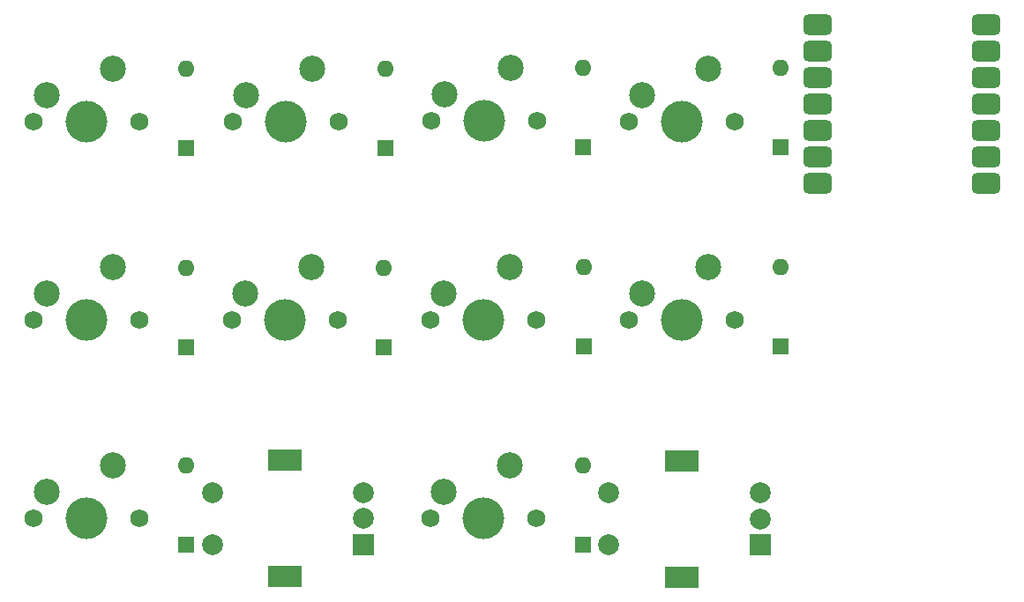
<source format=gbr>
%TF.GenerationSoftware,KiCad,Pcbnew,8.0.6*%
%TF.CreationDate,2024-10-21T23:54:32-04:00*%
%TF.ProjectId,keyboard tutorial,6b657962-6f61-4726-9420-7475746f7269,rev?*%
%TF.SameCoordinates,Original*%
%TF.FileFunction,Soldermask,Top*%
%TF.FilePolarity,Negative*%
%FSLAX46Y46*%
G04 Gerber Fmt 4.6, Leading zero omitted, Abs format (unit mm)*
G04 Created by KiCad (PCBNEW 8.0.6) date 2024-10-21 23:54:32*
%MOMM*%
%LPD*%
G01*
G04 APERTURE LIST*
G04 Aperture macros list*
%AMRoundRect*
0 Rectangle with rounded corners*
0 $1 Rounding radius*
0 $2 $3 $4 $5 $6 $7 $8 $9 X,Y pos of 4 corners*
0 Add a 4 corners polygon primitive as box body*
4,1,4,$2,$3,$4,$5,$6,$7,$8,$9,$2,$3,0*
0 Add four circle primitives for the rounded corners*
1,1,$1+$1,$2,$3*
1,1,$1+$1,$4,$5*
1,1,$1+$1,$6,$7*
1,1,$1+$1,$8,$9*
0 Add four rect primitives between the rounded corners*
20,1,$1+$1,$2,$3,$4,$5,0*
20,1,$1+$1,$4,$5,$6,$7,0*
20,1,$1+$1,$6,$7,$8,$9,0*
20,1,$1+$1,$8,$9,$2,$3,0*%
G04 Aperture macros list end*
%ADD10C,1.750000*%
%ADD11C,4.000000*%
%ADD12C,2.500000*%
%ADD13R,2.000000X2.000000*%
%ADD14C,2.000000*%
%ADD15R,3.200000X2.000000*%
%ADD16RoundRect,0.500000X-0.875000X-0.500000X0.875000X-0.500000X0.875000X0.500000X-0.875000X0.500000X0*%
%ADD17R,1.600000X1.600000*%
%ADD18C,1.600000*%
%ADD19O,1.600000X1.600000*%
G04 APERTURE END LIST*
D10*
%TO.C,S9*%
X106680000Y-114617500D03*
D11*
X111760000Y-114617500D03*
D10*
X116840000Y-114617500D03*
D12*
X107950000Y-112077500D03*
X114300000Y-109537500D03*
%TD*%
D13*
%TO.C,SW2*%
X138330000Y-117150000D03*
D14*
X138330000Y-112150000D03*
X138330000Y-114650000D03*
D15*
X130830000Y-120250000D03*
X130830000Y-109050000D03*
D14*
X123830000Y-112150000D03*
X123830000Y-117150000D03*
%TD*%
D13*
%TO.C,SW1*%
X176420000Y-117200000D03*
D14*
X176420000Y-112200000D03*
X176420000Y-114700000D03*
D15*
X168920000Y-120300000D03*
X168920000Y-109100000D03*
D14*
X161920000Y-112200000D03*
X161920000Y-117200000D03*
%TD*%
D10*
%TO.C,S2*%
X125780000Y-76517500D03*
D11*
X130860000Y-76517500D03*
D10*
X135940000Y-76517500D03*
D12*
X127050000Y-73977500D03*
X133400000Y-71437500D03*
%TD*%
D10*
%TO.C,S6*%
X125730000Y-95567500D03*
D11*
X130810000Y-95567500D03*
D10*
X135890000Y-95567500D03*
D12*
X127000000Y-93027500D03*
X133350000Y-90487500D03*
%TD*%
D10*
%TO.C,S7*%
X144780000Y-95567500D03*
D11*
X149860000Y-95567500D03*
D10*
X154940000Y-95567500D03*
D12*
X146050000Y-93027500D03*
X152400000Y-90487500D03*
%TD*%
D10*
%TO.C,S8*%
X163830000Y-95567500D03*
D11*
X168910000Y-95567500D03*
D10*
X173990000Y-95567500D03*
D12*
X165100000Y-93027500D03*
X171450000Y-90487500D03*
%TD*%
D16*
%TO.C,U2*%
X181935000Y-67180000D03*
D17*
X182380000Y-67180000D03*
D16*
X181935000Y-69720000D03*
D18*
X182380000Y-69720000D03*
D16*
X181935000Y-72260000D03*
D18*
X182380000Y-72260000D03*
D16*
X181935000Y-74800000D03*
D18*
X182380000Y-74800000D03*
D16*
X181935000Y-77340000D03*
D18*
X182380000Y-77340000D03*
D16*
X181935000Y-79880000D03*
D18*
X182380000Y-79880000D03*
D16*
X181935000Y-82420000D03*
D18*
X182380000Y-82420000D03*
X197620000Y-82420000D03*
D16*
X198100000Y-82420000D03*
D18*
X197620000Y-79880000D03*
D16*
X198100000Y-79880000D03*
D18*
X197620000Y-77340000D03*
D16*
X198100000Y-77340000D03*
D18*
X197620000Y-74800000D03*
D16*
X198100000Y-74800000D03*
D18*
X197620000Y-72260000D03*
D16*
X198100000Y-72260000D03*
D18*
X197620000Y-69720000D03*
D16*
X198100000Y-69720000D03*
D18*
X197620000Y-67180000D03*
D16*
X198100000Y-67180000D03*
%TD*%
D10*
%TO.C,S3*%
X144841250Y-76461250D03*
D11*
X149921250Y-76461250D03*
D10*
X155001250Y-76461250D03*
D12*
X146111250Y-73921250D03*
X152461250Y-71381250D03*
%TD*%
D10*
%TO.C,S5*%
X106680000Y-95567500D03*
D11*
X111760000Y-95567500D03*
D10*
X116840000Y-95567500D03*
D12*
X107950000Y-93027500D03*
X114300000Y-90487500D03*
%TD*%
D10*
%TO.C,S4*%
X163830000Y-76517500D03*
D11*
X168910000Y-76517500D03*
D10*
X173990000Y-76517500D03*
D12*
X165100000Y-73977500D03*
X171450000Y-71437500D03*
%TD*%
D10*
%TO.C,S1*%
X106680000Y-76517500D03*
D11*
X111760000Y-76517500D03*
D10*
X116840000Y-76517500D03*
D12*
X107950000Y-73977500D03*
X114300000Y-71437500D03*
%TD*%
D10*
%TO.C,S10*%
X144780000Y-114617500D03*
D11*
X149860000Y-114617500D03*
D10*
X154940000Y-114617500D03*
D12*
X146050000Y-112077500D03*
X152400000Y-109537500D03*
%TD*%
D17*
%TO.C,D4*%
X121321250Y-98171250D03*
D19*
X121321250Y-90551250D03*
%TD*%
D17*
%TO.C,D10*%
X178400000Y-79010000D03*
D19*
X178400000Y-71390000D03*
%TD*%
D17*
%TO.C,D1*%
X121321250Y-79071250D03*
D19*
X121321250Y-71451250D03*
%TD*%
D17*
%TO.C,D11*%
X178400000Y-98110000D03*
D19*
X178400000Y-90490000D03*
%TD*%
D17*
%TO.C,D2*%
X159432500Y-79015000D03*
D19*
X159432500Y-71395000D03*
%TD*%
D17*
%TO.C,D6*%
X159521250Y-98161250D03*
D19*
X159521250Y-90541250D03*
%TD*%
D17*
%TO.C,D7*%
X121321250Y-117171250D03*
D19*
X121321250Y-109551250D03*
%TD*%
D17*
%TO.C,D3*%
X140421250Y-79071250D03*
D19*
X140421250Y-71451250D03*
%TD*%
D17*
%TO.C,D9*%
X159421250Y-117171250D03*
D19*
X159421250Y-109551250D03*
%TD*%
D17*
%TO.C,D5*%
X140321250Y-98171250D03*
D19*
X140321250Y-90551250D03*
%TD*%
M02*

</source>
